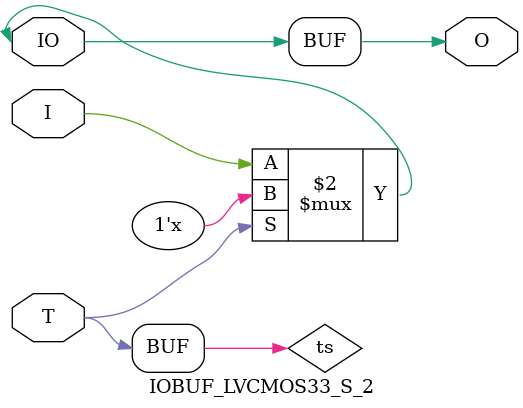
<source format=v>

/*

FUNCTION    : INPUT TRI-STATE OUTPUT BUFFER

*/

`celldefine
`timescale  100 ps / 10 ps

module IOBUF_LVCMOS33_S_2 (O, IO, I, T);

    output O;

    inout  IO;

    input  I, T;

    or O1 (ts, 1'b0, T);
    bufif0 T1 (IO, I, ts);

    buf B1 (O, IO);

endmodule

</source>
